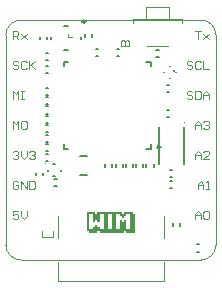
<source format=gto>
G04*
G04 #@! TF.GenerationSoftware,Altium Limited,Altium Designer,24.6.1 (21)*
G04*
G04 Layer_Color=65535*
%FSLAX25Y25*%
%MOIN*%
G70*
G04*
G04 #@! TF.SameCoordinates,E89A06A7-0658-4A87-8E90-D679E4E66743*
G04*
G04*
G04 #@! TF.FilePolarity,Positive*
G04*
G01*
G75*
%ADD10C,0.00984*%
%ADD11C,0.00394*%
%ADD12C,0.00591*%
%ADD13C,0.00787*%
%ADD14C,0.00472*%
%ADD15R,0.00787X0.00591*%
G36*
X42218Y15234D02*
X42895D01*
Y14560D01*
Y13869D01*
Y13181D01*
Y12493D01*
Y11801D01*
Y11113D01*
Y10429D01*
Y9755D01*
Y9075D01*
X40154D01*
Y9755D01*
X39463D01*
Y9075D01*
X33981D01*
Y9755D01*
X33966D01*
Y9075D01*
X31225D01*
Y9755D01*
X30534D01*
Y9075D01*
X27793D01*
Y9755D01*
X27105D01*
Y10429D01*
Y11113D01*
Y11801D01*
Y12493D01*
Y13181D01*
Y13869D01*
Y14560D01*
Y15234D01*
Y15925D01*
X29846D01*
Y15234D01*
X30534D01*
Y15925D01*
X33289D01*
Y15234D01*
X33293D01*
Y15925D01*
X38775D01*
Y15234D01*
X39463D01*
Y15925D01*
X42218D01*
Y15234D01*
D02*
G37*
%LPC*%
G36*
X41534D02*
X40154D01*
Y14560D01*
X39463D01*
Y13869D01*
X38775D01*
Y14560D01*
X38101D01*
Y15234D01*
X36722D01*
Y14560D01*
Y13869D01*
Y13181D01*
Y12493D01*
Y11801D01*
Y11113D01*
Y10429D01*
X38101D01*
Y11113D01*
Y11801D01*
Y12493D01*
Y13181D01*
X38775D01*
Y12493D01*
X39463D01*
Y13181D01*
X40154D01*
Y12493D01*
Y11801D01*
Y11113D01*
Y10429D01*
X41534D01*
Y11113D01*
Y11801D01*
Y12493D01*
Y13181D01*
Y13869D01*
Y14560D01*
Y15234D01*
D02*
G37*
G36*
X32605D02*
X31225D01*
Y14560D01*
Y13869D01*
Y13181D01*
Y12493D01*
X30534D01*
Y13181D01*
X29846D01*
Y12493D01*
X29172D01*
Y13181D01*
Y13869D01*
Y14560D01*
Y15234D01*
X27793D01*
Y14560D01*
Y13869D01*
Y13181D01*
Y12493D01*
Y11801D01*
Y11113D01*
Y10429D01*
X29172D01*
Y11113D01*
X29846D01*
Y11801D01*
X30534D01*
Y11113D01*
X31225D01*
Y10429D01*
X32605D01*
Y11113D01*
Y11801D01*
Y12493D01*
Y13181D01*
Y13869D01*
Y14560D01*
Y15234D01*
D02*
G37*
G36*
X35360D02*
X33981D01*
Y14560D01*
Y13869D01*
Y13181D01*
Y12493D01*
Y11801D01*
Y11113D01*
Y10429D01*
X35360D01*
Y11113D01*
Y11801D01*
Y12493D01*
Y13181D01*
Y13869D01*
Y14560D01*
Y15234D01*
D02*
G37*
%LPD*%
D10*
X26476Y79528D02*
G03*
X26476Y79528I-492J0D01*
G01*
X51476Y37598D02*
G03*
X51476Y37598I-492J0D01*
G01*
D11*
X59449Y45866D02*
G03*
X59449Y45866I-197J0D01*
G01*
X13222Y32162D02*
G03*
X13222Y32162I-197J0D01*
G01*
X17402Y14793D02*
X17402Y7313D01*
X17402Y-6860D02*
X17402Y-522D01*
X52598Y-6860D02*
Y-522D01*
X52598Y14793D02*
X52598Y7313D01*
X17402Y-6860D02*
X52598D01*
X20866Y74213D02*
X22047Y74213D01*
X20866Y74213D02*
Y75394D01*
X58768Y79150D02*
Y80331D01*
X42232Y79150D02*
Y80331D01*
X54437D02*
Y84268D01*
X46563D02*
X54437D01*
X46563Y80331D02*
Y84268D01*
X42232Y80331D02*
X58768D01*
X46957Y71276D02*
X54043D01*
X15870Y7661D02*
Y9728D01*
X12130Y7661D02*
X15870D01*
X12130D02*
Y9728D01*
X65000Y-0D02*
G03*
X70000Y5000I0J5000D01*
G01*
X70000Y75000D02*
G03*
X65000Y80000I-5000J0D01*
G01*
X5000Y80000D02*
G03*
X0Y75000I0J-5000D01*
G01*
X-0Y5000D02*
G03*
X5000Y0I5000J0D01*
G01*
X0Y5000D02*
Y75000D01*
X5000Y80000D02*
X65000D01*
X70000Y5000D02*
Y75000D01*
X5000Y0D02*
X65000D01*
D12*
X15157Y73819D02*
Y74213D01*
X19291Y77953D02*
X20866D01*
X25000Y73819D02*
Y74213D01*
X19291Y70079D02*
X20866D01*
X50886Y32087D02*
Y44291D01*
X59350Y32087D02*
Y44291D01*
X42520Y31102D02*
Y31890D01*
X40157Y31102D02*
Y31890D01*
X54626Y64567D02*
X54823D01*
X52756Y62500D02*
Y62697D01*
X54626Y60630D02*
X54823D01*
X56693Y62500D02*
Y62697D01*
X24803Y34646D02*
X27165D01*
X24803Y28346D02*
X27165D01*
X15846Y31988D02*
X16437D01*
X15846Y27854D02*
X16437D01*
X14075Y29724D02*
X14075Y30118D01*
X18209D02*
X18209Y29724D01*
X38976Y31102D02*
Y31890D01*
X36614Y31102D02*
Y31890D01*
X13386Y54331D02*
X14173D01*
X13386Y51968D02*
X14173D01*
X54724Y26476D02*
X55512D01*
X54724Y24114D02*
X55512D01*
X16142Y24606D02*
X16929D01*
X16142Y26969D02*
X16929D01*
X12402Y29134D02*
X12402Y28346D01*
X10039Y28346D02*
Y29134D01*
X63606Y5181D02*
X64394D01*
X63606Y2819D02*
X64394D01*
X58181Y11425D02*
Y12213D01*
X55819Y11425D02*
Y12213D01*
X50106Y70079D02*
X50894D01*
X50106Y67716D02*
X50894D01*
X28740Y74410D02*
Y75197D01*
X26378Y74410D02*
Y75197D01*
X11417Y73622D02*
Y74410D01*
X13780Y73622D02*
Y74410D01*
X13386Y68898D02*
X14173D01*
X13386Y66535D02*
X14173D01*
X54724Y27657D02*
X55512D01*
X54724Y30020D02*
X55512D01*
X53543Y50000D02*
X54331D01*
X53543Y47638D02*
X54331D01*
X29921Y68110D02*
X30709D01*
X29921Y70472D02*
X30709D01*
X13386Y42520D02*
X14173D01*
X13386Y44882D02*
X14173D01*
X13386Y55118D02*
X14173D01*
X13386Y57480D02*
X14173D01*
X53543Y58268D02*
X54331D01*
X53543Y55905D02*
X54331D01*
X49213Y31102D02*
Y31890D01*
X46850Y31102D02*
Y31890D01*
X13386Y62205D02*
X14173D01*
X13386Y64567D02*
X14173D01*
X37008Y68110D02*
X37795D01*
X37008Y70472D02*
X37795D01*
X13386Y36220D02*
X14173D01*
X13386Y38583D02*
X14173D01*
X13386Y33071D02*
X14173D01*
X13386Y35433D02*
X14173D01*
X35433Y31102D02*
Y31890D01*
X33071Y31102D02*
Y31890D01*
X13386Y45669D02*
X14173D01*
X13386Y48031D02*
X14173D01*
X13386Y41732D02*
X14173D01*
X13386Y39370D02*
X14173D01*
X13386Y51181D02*
X14173D01*
X13386Y48819D02*
X14173D01*
X45669Y31102D02*
Y31890D01*
X43307Y31102D02*
Y31890D01*
D13*
X46850Y66142D02*
X48425D01*
Y64567D02*
Y66142D01*
X19291D02*
X20866D01*
X19291Y64567D02*
Y66142D01*
Y37008D02*
Y38583D01*
Y37008D02*
X20866D01*
X46850D02*
X48425D01*
Y38583D01*
D14*
X38386Y71424D02*
X41141D01*
Y72802D01*
X40682Y73261D01*
X40223D01*
X39764Y72802D01*
Y71424D01*
Y72802D01*
X39305Y73261D01*
X38845D01*
X38386Y72802D01*
Y71424D01*
X64035Y23622D02*
Y25459D01*
X64954Y26377D01*
X65872Y25459D01*
Y23622D01*
Y25000D01*
X64035D01*
X66790Y23622D02*
X67709D01*
X67250D01*
Y26377D01*
X66790Y25918D01*
X62199Y55918D02*
X61739Y56378D01*
X60821D01*
X60362Y55918D01*
Y55459D01*
X60821Y55000D01*
X61739D01*
X62199Y54541D01*
Y54082D01*
X61739Y53623D01*
X60821D01*
X60362Y54082D01*
X63117Y56378D02*
Y53623D01*
X64495D01*
X64954Y54082D01*
Y55918D01*
X64495Y56378D01*
X63117D01*
X65872Y53623D02*
Y55459D01*
X66790Y56378D01*
X67709Y55459D01*
Y53623D01*
Y55000D01*
X65872D01*
X63117Y33623D02*
Y35459D01*
X64035Y36378D01*
X64954Y35459D01*
Y33623D01*
Y35000D01*
X63117D01*
X67709Y33623D02*
X65872D01*
X67709Y35459D01*
Y35918D01*
X67250Y36378D01*
X66331D01*
X65872Y35918D01*
X63117Y76377D02*
X64954D01*
X64035D01*
Y73623D01*
X65872Y75459D02*
X67709Y73623D01*
X66790Y74541D01*
X67709Y75459D01*
X65872Y73623D01*
X62199Y65918D02*
X61739Y66378D01*
X60821D01*
X60362Y65918D01*
Y65459D01*
X60821Y65000D01*
X61739D01*
X62199Y64541D01*
Y64082D01*
X61739Y63622D01*
X60821D01*
X60362Y64082D01*
X64954Y65918D02*
X64495Y66378D01*
X63576D01*
X63117Y65918D01*
Y64082D01*
X63576Y63622D01*
X64495D01*
X64954Y64082D01*
X65872Y66378D02*
Y63622D01*
X67709D01*
X2291Y53623D02*
Y56378D01*
X3210Y55459D01*
X4128Y56378D01*
Y53623D01*
X5046Y56378D02*
X5965D01*
X5505D01*
Y53623D01*
X5046D01*
X5965D01*
X4128Y65918D02*
X3669Y66378D01*
X2750D01*
X2291Y65918D01*
Y65459D01*
X2750Y65000D01*
X3669D01*
X4128Y64541D01*
Y64082D01*
X3669Y63622D01*
X2750D01*
X2291Y64082D01*
X6883Y65918D02*
X6424Y66378D01*
X5505D01*
X5046Y65918D01*
Y64082D01*
X5505Y63622D01*
X6424D01*
X6883Y64082D01*
X7801Y66378D02*
Y63622D01*
Y64541D01*
X9638Y66378D01*
X8261Y65000D01*
X9638Y63622D01*
X4128Y25918D02*
X3669Y26377D01*
X2750D01*
X2291Y25918D01*
Y24082D01*
X2750Y23622D01*
X3669D01*
X4128Y24082D01*
Y25000D01*
X3210D01*
X5046Y23622D02*
Y26377D01*
X6883Y23622D01*
Y26377D01*
X7801D02*
Y23622D01*
X9179D01*
X9638Y24082D01*
Y25918D01*
X9179Y26377D01*
X7801D01*
X2291Y35918D02*
X2750Y36378D01*
X3669D01*
X4128Y35918D01*
Y35459D01*
X3669Y35000D01*
X3210D01*
X3669D01*
X4128Y34541D01*
Y34082D01*
X3669Y33623D01*
X2750D01*
X2291Y34082D01*
X5046Y36378D02*
Y34541D01*
X5965Y33623D01*
X6883Y34541D01*
Y36378D01*
X7801Y35918D02*
X8261Y36378D01*
X9179D01*
X9638Y35918D01*
Y35459D01*
X9179Y35000D01*
X8720D01*
X9179D01*
X9638Y34541D01*
Y34082D01*
X9179Y33623D01*
X8261D01*
X7801Y34082D01*
X2291Y43622D02*
Y46378D01*
X3210Y45459D01*
X4128Y46378D01*
Y43622D01*
X6424Y46378D02*
X5505D01*
X5046Y45918D01*
Y44082D01*
X5505Y43622D01*
X6424D01*
X6883Y44082D01*
Y45918D01*
X6424Y46378D01*
X4128Y16377D02*
X2291D01*
Y15000D01*
X3210Y15459D01*
X3669D01*
X4128Y15000D01*
Y14082D01*
X3669Y13623D01*
X2750D01*
X2291Y14082D01*
X5046Y16377D02*
Y14541D01*
X5965Y13623D01*
X6883Y14541D01*
Y16377D01*
X2291Y73623D02*
Y76377D01*
X3669D01*
X4128Y75918D01*
Y75000D01*
X3669Y74541D01*
X2291D01*
X3210D02*
X4128Y73623D01*
X5046Y75459D02*
X6883Y73623D01*
X5965Y74541D01*
X6883Y75459D01*
X5046Y73623D01*
X63117Y13623D02*
Y15459D01*
X64035Y16377D01*
X64954Y15459D01*
Y13623D01*
Y15000D01*
X63117D01*
X65872Y15918D02*
X66331Y16377D01*
X67250D01*
X67709Y15918D01*
Y14082D01*
X67250Y13623D01*
X66331D01*
X65872Y14082D01*
Y15918D01*
X63117Y43622D02*
Y45459D01*
X64035Y46378D01*
X64954Y45459D01*
Y43622D01*
Y45000D01*
X63117D01*
X65872Y45918D02*
X66331Y46378D01*
X67250D01*
X67709Y45918D01*
Y45459D01*
X67250Y45000D01*
X66790D01*
X67250D01*
X67709Y44541D01*
Y44082D01*
X67250Y43622D01*
X66331D01*
X65872Y44082D01*
D15*
X55905Y62894D02*
D03*
M02*

</source>
